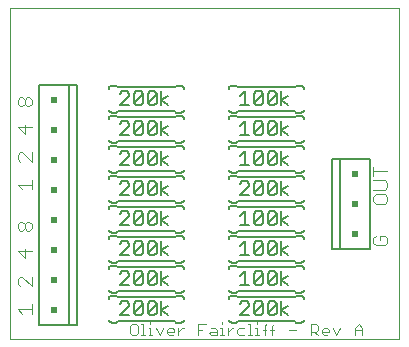
<source format=gto>
G75*
%MOIN*%
%OFA0B0*%
%FSLAX24Y24*%
%IPPOS*%
%LPD*%
%AMOC8*
5,1,8,0,0,1.08239X$1,22.5*
%
%ADD10C,0.0000*%
%ADD11C,0.0040*%
%ADD12C,0.0030*%
%ADD13C,0.0060*%
%ADD14R,0.0200X0.0200*%
%ADD15C,0.0050*%
D10*
X000100Y000133D02*
X000100Y011169D01*
X013088Y011169D01*
X013088Y000133D01*
X000100Y000133D01*
D11*
X000523Y000970D02*
X000370Y001124D01*
X000830Y001124D01*
X000830Y001277D02*
X000830Y000970D01*
X000830Y001891D02*
X000523Y002198D01*
X000446Y002198D01*
X000370Y002121D01*
X000370Y001968D01*
X000446Y001891D01*
X000830Y001891D02*
X000830Y002198D01*
X000600Y002812D02*
X000600Y003119D01*
X000830Y003042D02*
X000370Y003042D01*
X000600Y002812D01*
X000677Y003733D02*
X000600Y003809D01*
X000600Y003963D01*
X000677Y004039D01*
X000753Y004039D01*
X000830Y003963D01*
X000830Y003809D01*
X000753Y003733D01*
X000677Y003733D01*
X000600Y003809D02*
X000523Y003733D01*
X000446Y003733D01*
X000370Y003809D01*
X000370Y003963D01*
X000446Y004039D01*
X000523Y004039D01*
X000600Y003963D01*
X000523Y005114D02*
X000370Y005267D01*
X000830Y005267D01*
X000830Y005114D02*
X000830Y005421D01*
X000830Y006035D02*
X000523Y006341D01*
X000446Y006341D01*
X000370Y006265D01*
X000370Y006111D01*
X000446Y006035D01*
X000830Y006035D02*
X000830Y006341D01*
X000600Y006955D02*
X000600Y007262D01*
X000830Y007185D02*
X000370Y007185D01*
X000600Y006955D01*
X000677Y007876D02*
X000600Y007953D01*
X000600Y008106D01*
X000677Y008183D01*
X000753Y008183D01*
X000830Y008106D01*
X000830Y007953D01*
X000753Y007876D01*
X000677Y007876D01*
X000600Y007953D02*
X000523Y007876D01*
X000446Y007876D01*
X000370Y007953D01*
X000370Y008106D01*
X000446Y008183D01*
X000523Y008183D01*
X000600Y008106D01*
X012216Y005868D02*
X012216Y005561D01*
X012216Y005714D02*
X012677Y005714D01*
X012600Y005407D02*
X012216Y005407D01*
X012216Y005100D02*
X012600Y005100D01*
X012677Y005177D01*
X012677Y005331D01*
X012600Y005407D01*
X012600Y004947D02*
X012293Y004947D01*
X012216Y004870D01*
X012216Y004717D01*
X012293Y004640D01*
X012600Y004640D01*
X012677Y004717D01*
X012677Y004870D01*
X012600Y004947D01*
X012600Y003566D02*
X012447Y003566D01*
X012447Y003412D01*
X012600Y003566D02*
X012677Y003489D01*
X012677Y003336D01*
X012600Y003259D01*
X012293Y003259D01*
X012216Y003336D01*
X012216Y003489D01*
X012293Y003566D01*
D12*
X011727Y000619D02*
X011851Y000495D01*
X011851Y000248D01*
X011851Y000433D02*
X011604Y000433D01*
X011604Y000495D02*
X011604Y000248D01*
X011604Y000495D02*
X011727Y000619D01*
X011114Y000495D02*
X010991Y000248D01*
X010867Y000495D01*
X010746Y000433D02*
X010746Y000372D01*
X010499Y000372D01*
X010499Y000433D02*
X010561Y000495D01*
X010684Y000495D01*
X010746Y000433D01*
X010684Y000248D02*
X010561Y000248D01*
X010499Y000310D01*
X010499Y000433D01*
X010378Y000433D02*
X010378Y000557D01*
X010316Y000619D01*
X010131Y000619D01*
X010131Y000248D01*
X010131Y000372D02*
X010316Y000372D01*
X010378Y000433D01*
X010254Y000372D02*
X010378Y000248D01*
X009641Y000433D02*
X009394Y000433D01*
X008904Y000433D02*
X008780Y000433D01*
X008658Y000433D02*
X008535Y000433D01*
X008596Y000557D02*
X008596Y000248D01*
X008413Y000248D02*
X008289Y000248D01*
X008351Y000248D02*
X008351Y000495D01*
X008289Y000495D01*
X008351Y000619D02*
X008351Y000680D01*
X008105Y000619D02*
X008105Y000248D01*
X008044Y000248D02*
X008167Y000248D01*
X007922Y000248D02*
X007737Y000248D01*
X007675Y000310D01*
X007675Y000433D01*
X007737Y000495D01*
X007922Y000495D01*
X008044Y000619D02*
X008105Y000619D01*
X008596Y000557D02*
X008658Y000619D01*
X008842Y000557D02*
X008904Y000619D01*
X008842Y000557D02*
X008842Y000248D01*
X007554Y000495D02*
X007492Y000495D01*
X007368Y000372D01*
X007368Y000495D02*
X007368Y000248D01*
X007246Y000248D02*
X007123Y000248D01*
X007185Y000248D02*
X007185Y000495D01*
X007123Y000495D01*
X007001Y000433D02*
X007001Y000248D01*
X006816Y000248D01*
X006755Y000310D01*
X006816Y000372D01*
X007001Y000372D01*
X007001Y000433D02*
X006940Y000495D01*
X006816Y000495D01*
X006633Y000619D02*
X006386Y000619D01*
X006386Y000248D01*
X006386Y000433D02*
X006510Y000433D01*
X005896Y000495D02*
X005834Y000495D01*
X005711Y000372D01*
X005590Y000372D02*
X005343Y000372D01*
X005343Y000433D02*
X005404Y000495D01*
X005528Y000495D01*
X005590Y000433D01*
X005590Y000372D01*
X005528Y000248D02*
X005404Y000248D01*
X005343Y000310D01*
X005343Y000433D01*
X005221Y000495D02*
X005098Y000248D01*
X004974Y000495D01*
X004791Y000495D02*
X004791Y000248D01*
X004852Y000248D02*
X004729Y000248D01*
X004607Y000248D02*
X004483Y000248D01*
X004545Y000248D02*
X004545Y000619D01*
X004483Y000619D01*
X004362Y000557D02*
X004300Y000619D01*
X004177Y000619D01*
X004115Y000557D01*
X004115Y000310D01*
X004177Y000248D01*
X004300Y000248D01*
X004362Y000310D01*
X004362Y000557D01*
X004729Y000495D02*
X004791Y000495D01*
X004791Y000619D02*
X004791Y000680D01*
X005711Y000495D02*
X005711Y000248D01*
X007185Y000619D02*
X007185Y000680D01*
D13*
X007501Y000672D02*
X007651Y000672D01*
X007701Y000722D01*
X009601Y000722D01*
X009651Y000672D01*
X009801Y000672D01*
X009818Y000674D01*
X009835Y000678D01*
X009851Y000685D01*
X009865Y000695D01*
X009878Y000708D01*
X009888Y000722D01*
X009895Y000738D01*
X009899Y000755D01*
X009901Y000772D01*
X009901Y001472D02*
X009899Y001489D01*
X009895Y001506D01*
X009888Y001522D01*
X009878Y001536D01*
X009865Y001549D01*
X009851Y001559D01*
X009835Y001566D01*
X009818Y001570D01*
X009801Y001572D01*
X009651Y001572D01*
X009601Y001522D01*
X007701Y001522D01*
X007651Y001572D01*
X007501Y001572D01*
X007501Y001672D02*
X007651Y001672D01*
X007701Y001722D01*
X009601Y001722D01*
X009651Y001672D01*
X009801Y001672D01*
X009818Y001674D01*
X009835Y001678D01*
X009851Y001685D01*
X009865Y001695D01*
X009878Y001708D01*
X009888Y001722D01*
X009895Y001738D01*
X009899Y001755D01*
X009901Y001772D01*
X009901Y002472D02*
X009899Y002489D01*
X009895Y002506D01*
X009888Y002522D01*
X009878Y002536D01*
X009865Y002549D01*
X009851Y002559D01*
X009835Y002566D01*
X009818Y002570D01*
X009801Y002572D01*
X009651Y002572D01*
X009601Y002522D01*
X007701Y002522D01*
X007651Y002572D01*
X007501Y002572D01*
X007501Y002672D02*
X007651Y002672D01*
X007701Y002722D01*
X009601Y002722D01*
X009651Y002672D01*
X009801Y002672D01*
X009818Y002674D01*
X009835Y002678D01*
X009851Y002685D01*
X009865Y002695D01*
X009878Y002708D01*
X009888Y002722D01*
X009895Y002738D01*
X009899Y002755D01*
X009901Y002772D01*
X009901Y003472D02*
X009899Y003489D01*
X009895Y003506D01*
X009888Y003522D01*
X009878Y003536D01*
X009865Y003549D01*
X009851Y003559D01*
X009835Y003566D01*
X009818Y003570D01*
X009801Y003572D01*
X009651Y003572D01*
X009601Y003522D01*
X007701Y003522D01*
X007651Y003572D01*
X007501Y003572D01*
X007501Y003672D02*
X007651Y003672D01*
X007701Y003722D01*
X009601Y003722D01*
X009651Y003672D01*
X009801Y003672D01*
X009818Y003674D01*
X009835Y003678D01*
X009851Y003685D01*
X009865Y003695D01*
X009878Y003708D01*
X009888Y003722D01*
X009895Y003738D01*
X009899Y003755D01*
X009901Y003772D01*
X009901Y004472D02*
X009899Y004489D01*
X009895Y004506D01*
X009888Y004522D01*
X009878Y004536D01*
X009865Y004549D01*
X009851Y004559D01*
X009835Y004566D01*
X009818Y004570D01*
X009801Y004572D01*
X009651Y004572D01*
X009601Y004522D01*
X007701Y004522D01*
X007651Y004572D01*
X007501Y004572D01*
X007501Y004672D02*
X007651Y004672D01*
X007701Y004722D01*
X009601Y004722D01*
X009651Y004672D01*
X009801Y004672D01*
X009818Y004674D01*
X009835Y004678D01*
X009851Y004685D01*
X009865Y004695D01*
X009878Y004708D01*
X009888Y004722D01*
X009895Y004738D01*
X009899Y004755D01*
X009901Y004772D01*
X009901Y005472D02*
X009899Y005489D01*
X009895Y005506D01*
X009888Y005522D01*
X009878Y005536D01*
X009865Y005549D01*
X009851Y005559D01*
X009835Y005566D01*
X009818Y005570D01*
X009801Y005572D01*
X009651Y005572D01*
X009601Y005522D01*
X007701Y005522D01*
X007651Y005572D01*
X007501Y005572D01*
X007501Y005672D02*
X007651Y005672D01*
X007701Y005722D01*
X009601Y005722D01*
X009651Y005672D01*
X009801Y005672D01*
X009818Y005674D01*
X009835Y005678D01*
X009851Y005685D01*
X009865Y005695D01*
X009878Y005708D01*
X009888Y005722D01*
X009895Y005738D01*
X009899Y005755D01*
X009901Y005772D01*
X009901Y006472D02*
X009899Y006489D01*
X009895Y006506D01*
X009888Y006522D01*
X009878Y006536D01*
X009865Y006549D01*
X009851Y006559D01*
X009835Y006566D01*
X009818Y006570D01*
X009801Y006572D01*
X009651Y006572D01*
X009601Y006522D01*
X007701Y006522D01*
X007651Y006572D01*
X007501Y006572D01*
X007501Y006672D02*
X007651Y006672D01*
X007701Y006722D01*
X009601Y006722D01*
X009651Y006672D01*
X009801Y006672D01*
X009818Y006674D01*
X009835Y006678D01*
X009851Y006685D01*
X009865Y006695D01*
X009878Y006708D01*
X009888Y006722D01*
X009895Y006738D01*
X009899Y006755D01*
X009901Y006772D01*
X009901Y007472D02*
X009899Y007489D01*
X009895Y007506D01*
X009888Y007522D01*
X009878Y007536D01*
X009865Y007549D01*
X009851Y007559D01*
X009835Y007566D01*
X009818Y007570D01*
X009801Y007572D01*
X009651Y007572D01*
X009601Y007522D01*
X007701Y007522D01*
X007651Y007572D01*
X007501Y007572D01*
X007501Y007672D02*
X007651Y007672D01*
X007701Y007722D01*
X009601Y007722D01*
X009651Y007672D01*
X009801Y007672D01*
X009818Y007674D01*
X009835Y007678D01*
X009851Y007685D01*
X009865Y007695D01*
X009878Y007708D01*
X009888Y007722D01*
X009895Y007738D01*
X009899Y007755D01*
X009901Y007772D01*
X009901Y008472D02*
X009899Y008489D01*
X009895Y008506D01*
X009888Y008522D01*
X009878Y008536D01*
X009865Y008549D01*
X009851Y008559D01*
X009835Y008566D01*
X009818Y008570D01*
X009801Y008572D01*
X009651Y008572D01*
X009601Y008522D01*
X007701Y008522D01*
X007651Y008572D01*
X007501Y008572D01*
X007484Y008570D01*
X007467Y008566D01*
X007451Y008559D01*
X007437Y008549D01*
X007424Y008536D01*
X007414Y008522D01*
X007407Y008506D01*
X007403Y008489D01*
X007401Y008472D01*
X007401Y007772D02*
X007403Y007755D01*
X007407Y007738D01*
X007414Y007722D01*
X007424Y007708D01*
X007437Y007695D01*
X007451Y007685D01*
X007467Y007678D01*
X007484Y007674D01*
X007501Y007672D01*
X007501Y007572D02*
X007484Y007570D01*
X007467Y007566D01*
X007451Y007559D01*
X007437Y007549D01*
X007424Y007536D01*
X007414Y007522D01*
X007407Y007506D01*
X007403Y007489D01*
X007401Y007472D01*
X007401Y006772D02*
X007403Y006755D01*
X007407Y006738D01*
X007414Y006722D01*
X007424Y006708D01*
X007437Y006695D01*
X007451Y006685D01*
X007467Y006678D01*
X007484Y006674D01*
X007501Y006672D01*
X007501Y006572D02*
X007484Y006570D01*
X007467Y006566D01*
X007451Y006559D01*
X007437Y006549D01*
X007424Y006536D01*
X007414Y006522D01*
X007407Y006506D01*
X007403Y006489D01*
X007401Y006472D01*
X007401Y005772D02*
X007403Y005755D01*
X007407Y005738D01*
X007414Y005722D01*
X007424Y005708D01*
X007437Y005695D01*
X007451Y005685D01*
X007467Y005678D01*
X007484Y005674D01*
X007501Y005672D01*
X007501Y005572D02*
X007484Y005570D01*
X007467Y005566D01*
X007451Y005559D01*
X007437Y005549D01*
X007424Y005536D01*
X007414Y005522D01*
X007407Y005506D01*
X007403Y005489D01*
X007401Y005472D01*
X007401Y004772D02*
X007403Y004755D01*
X007407Y004738D01*
X007414Y004722D01*
X007424Y004708D01*
X007437Y004695D01*
X007451Y004685D01*
X007467Y004678D01*
X007484Y004674D01*
X007501Y004672D01*
X007501Y004572D02*
X007484Y004570D01*
X007467Y004566D01*
X007451Y004559D01*
X007437Y004549D01*
X007424Y004536D01*
X007414Y004522D01*
X007407Y004506D01*
X007403Y004489D01*
X007401Y004472D01*
X007401Y003772D02*
X007403Y003755D01*
X007407Y003738D01*
X007414Y003722D01*
X007424Y003708D01*
X007437Y003695D01*
X007451Y003685D01*
X007467Y003678D01*
X007484Y003674D01*
X007501Y003672D01*
X007501Y003572D02*
X007484Y003570D01*
X007467Y003566D01*
X007451Y003559D01*
X007437Y003549D01*
X007424Y003536D01*
X007414Y003522D01*
X007407Y003506D01*
X007403Y003489D01*
X007401Y003472D01*
X007401Y002772D02*
X007403Y002755D01*
X007407Y002738D01*
X007414Y002722D01*
X007424Y002708D01*
X007437Y002695D01*
X007451Y002685D01*
X007467Y002678D01*
X007484Y002674D01*
X007501Y002672D01*
X007501Y002572D02*
X007484Y002570D01*
X007467Y002566D01*
X007451Y002559D01*
X007437Y002549D01*
X007424Y002536D01*
X007414Y002522D01*
X007407Y002506D01*
X007403Y002489D01*
X007401Y002472D01*
X007401Y001772D02*
X007403Y001755D01*
X007407Y001738D01*
X007414Y001722D01*
X007424Y001708D01*
X007437Y001695D01*
X007451Y001685D01*
X007467Y001678D01*
X007484Y001674D01*
X007501Y001672D01*
X007501Y001572D02*
X007484Y001570D01*
X007467Y001566D01*
X007451Y001559D01*
X007437Y001549D01*
X007424Y001536D01*
X007414Y001522D01*
X007407Y001506D01*
X007403Y001489D01*
X007401Y001472D01*
X007401Y000772D02*
X007403Y000755D01*
X007407Y000738D01*
X007414Y000722D01*
X007424Y000708D01*
X007437Y000695D01*
X007451Y000685D01*
X007467Y000678D01*
X007484Y000674D01*
X007501Y000672D01*
X005801Y000672D02*
X005651Y000672D01*
X005601Y000722D01*
X003701Y000722D01*
X003651Y000672D01*
X003501Y000672D01*
X003484Y000674D01*
X003467Y000678D01*
X003451Y000685D01*
X003437Y000695D01*
X003424Y000708D01*
X003414Y000722D01*
X003407Y000738D01*
X003403Y000755D01*
X003401Y000772D01*
X003401Y001472D02*
X003403Y001489D01*
X003407Y001506D01*
X003414Y001522D01*
X003424Y001536D01*
X003437Y001549D01*
X003451Y001559D01*
X003467Y001566D01*
X003484Y001570D01*
X003501Y001572D01*
X003651Y001572D01*
X003701Y001522D01*
X005601Y001522D01*
X005651Y001572D01*
X005801Y001572D01*
X005801Y001672D02*
X005651Y001672D01*
X005601Y001722D01*
X003701Y001722D01*
X003651Y001672D01*
X003501Y001672D01*
X003484Y001674D01*
X003467Y001678D01*
X003451Y001685D01*
X003437Y001695D01*
X003424Y001708D01*
X003414Y001722D01*
X003407Y001738D01*
X003403Y001755D01*
X003401Y001772D01*
X003401Y002472D02*
X003403Y002489D01*
X003407Y002506D01*
X003414Y002522D01*
X003424Y002536D01*
X003437Y002549D01*
X003451Y002559D01*
X003467Y002566D01*
X003484Y002570D01*
X003501Y002572D01*
X003651Y002572D01*
X003701Y002522D01*
X005601Y002522D01*
X005651Y002572D01*
X005801Y002572D01*
X005801Y002672D02*
X005651Y002672D01*
X005601Y002722D01*
X003701Y002722D01*
X003651Y002672D01*
X003501Y002672D01*
X003484Y002674D01*
X003467Y002678D01*
X003451Y002685D01*
X003437Y002695D01*
X003424Y002708D01*
X003414Y002722D01*
X003407Y002738D01*
X003403Y002755D01*
X003401Y002772D01*
X003401Y003472D02*
X003403Y003489D01*
X003407Y003506D01*
X003414Y003522D01*
X003424Y003536D01*
X003437Y003549D01*
X003451Y003559D01*
X003467Y003566D01*
X003484Y003570D01*
X003501Y003572D01*
X003651Y003572D01*
X003701Y003522D01*
X005601Y003522D01*
X005651Y003572D01*
X005801Y003572D01*
X005801Y003672D02*
X005651Y003672D01*
X005601Y003722D01*
X003701Y003722D01*
X003651Y003672D01*
X003501Y003672D01*
X003484Y003674D01*
X003467Y003678D01*
X003451Y003685D01*
X003437Y003695D01*
X003424Y003708D01*
X003414Y003722D01*
X003407Y003738D01*
X003403Y003755D01*
X003401Y003772D01*
X003401Y004472D02*
X003403Y004489D01*
X003407Y004506D01*
X003414Y004522D01*
X003424Y004536D01*
X003437Y004549D01*
X003451Y004559D01*
X003467Y004566D01*
X003484Y004570D01*
X003501Y004572D01*
X003651Y004572D01*
X003701Y004522D01*
X005601Y004522D01*
X005651Y004572D01*
X005801Y004572D01*
X005801Y004672D02*
X005651Y004672D01*
X005601Y004722D01*
X003701Y004722D01*
X003651Y004672D01*
X003501Y004672D01*
X003484Y004674D01*
X003467Y004678D01*
X003451Y004685D01*
X003437Y004695D01*
X003424Y004708D01*
X003414Y004722D01*
X003407Y004738D01*
X003403Y004755D01*
X003401Y004772D01*
X003401Y005472D02*
X003403Y005489D01*
X003407Y005506D01*
X003414Y005522D01*
X003424Y005536D01*
X003437Y005549D01*
X003451Y005559D01*
X003467Y005566D01*
X003484Y005570D01*
X003501Y005572D01*
X003651Y005572D01*
X003701Y005522D01*
X005601Y005522D01*
X005651Y005572D01*
X005801Y005572D01*
X005801Y005672D02*
X005651Y005672D01*
X005601Y005722D01*
X003701Y005722D01*
X003651Y005672D01*
X003501Y005672D01*
X003484Y005674D01*
X003467Y005678D01*
X003451Y005685D01*
X003437Y005695D01*
X003424Y005708D01*
X003414Y005722D01*
X003407Y005738D01*
X003403Y005755D01*
X003401Y005772D01*
X003401Y006472D02*
X003403Y006489D01*
X003407Y006506D01*
X003414Y006522D01*
X003424Y006536D01*
X003437Y006549D01*
X003451Y006559D01*
X003467Y006566D01*
X003484Y006570D01*
X003501Y006572D01*
X003651Y006572D01*
X003701Y006522D01*
X005601Y006522D01*
X005651Y006572D01*
X005801Y006572D01*
X005801Y006672D02*
X005651Y006672D01*
X005601Y006722D01*
X003701Y006722D01*
X003651Y006672D01*
X003501Y006672D01*
X003484Y006674D01*
X003467Y006678D01*
X003451Y006685D01*
X003437Y006695D01*
X003424Y006708D01*
X003414Y006722D01*
X003407Y006738D01*
X003403Y006755D01*
X003401Y006772D01*
X003401Y007472D02*
X003403Y007489D01*
X003407Y007506D01*
X003414Y007522D01*
X003424Y007536D01*
X003437Y007549D01*
X003451Y007559D01*
X003467Y007566D01*
X003484Y007570D01*
X003501Y007572D01*
X003651Y007572D01*
X003701Y007522D01*
X005601Y007522D01*
X005651Y007572D01*
X005801Y007572D01*
X005801Y007672D02*
X005651Y007672D01*
X005601Y007722D01*
X003701Y007722D01*
X003651Y007672D01*
X003501Y007672D01*
X003484Y007674D01*
X003467Y007678D01*
X003451Y007685D01*
X003437Y007695D01*
X003424Y007708D01*
X003414Y007722D01*
X003407Y007738D01*
X003403Y007755D01*
X003401Y007772D01*
X003401Y008472D02*
X003403Y008489D01*
X003407Y008506D01*
X003414Y008522D01*
X003424Y008536D01*
X003437Y008549D01*
X003451Y008559D01*
X003467Y008566D01*
X003484Y008570D01*
X003501Y008572D01*
X003651Y008572D01*
X003701Y008522D01*
X005601Y008522D01*
X005651Y008572D01*
X005801Y008572D01*
X005818Y008570D01*
X005835Y008566D01*
X005851Y008559D01*
X005865Y008549D01*
X005878Y008536D01*
X005888Y008522D01*
X005895Y008506D01*
X005899Y008489D01*
X005901Y008472D01*
X005901Y007772D02*
X005899Y007755D01*
X005895Y007738D01*
X005888Y007722D01*
X005878Y007708D01*
X005865Y007695D01*
X005851Y007685D01*
X005835Y007678D01*
X005818Y007674D01*
X005801Y007672D01*
X005801Y007572D02*
X005818Y007570D01*
X005835Y007566D01*
X005851Y007559D01*
X005865Y007549D01*
X005878Y007536D01*
X005888Y007522D01*
X005895Y007506D01*
X005899Y007489D01*
X005901Y007472D01*
X005901Y006772D02*
X005899Y006755D01*
X005895Y006738D01*
X005888Y006722D01*
X005878Y006708D01*
X005865Y006695D01*
X005851Y006685D01*
X005835Y006678D01*
X005818Y006674D01*
X005801Y006672D01*
X005801Y006572D02*
X005818Y006570D01*
X005835Y006566D01*
X005851Y006559D01*
X005865Y006549D01*
X005878Y006536D01*
X005888Y006522D01*
X005895Y006506D01*
X005899Y006489D01*
X005901Y006472D01*
X005901Y005772D02*
X005899Y005755D01*
X005895Y005738D01*
X005888Y005722D01*
X005878Y005708D01*
X005865Y005695D01*
X005851Y005685D01*
X005835Y005678D01*
X005818Y005674D01*
X005801Y005672D01*
X005801Y005572D02*
X005818Y005570D01*
X005835Y005566D01*
X005851Y005559D01*
X005865Y005549D01*
X005878Y005536D01*
X005888Y005522D01*
X005895Y005506D01*
X005899Y005489D01*
X005901Y005472D01*
X005901Y004772D02*
X005899Y004755D01*
X005895Y004738D01*
X005888Y004722D01*
X005878Y004708D01*
X005865Y004695D01*
X005851Y004685D01*
X005835Y004678D01*
X005818Y004674D01*
X005801Y004672D01*
X005801Y004572D02*
X005818Y004570D01*
X005835Y004566D01*
X005851Y004559D01*
X005865Y004549D01*
X005878Y004536D01*
X005888Y004522D01*
X005895Y004506D01*
X005899Y004489D01*
X005901Y004472D01*
X005901Y003772D02*
X005899Y003755D01*
X005895Y003738D01*
X005888Y003722D01*
X005878Y003708D01*
X005865Y003695D01*
X005851Y003685D01*
X005835Y003678D01*
X005818Y003674D01*
X005801Y003672D01*
X005801Y003572D02*
X005818Y003570D01*
X005835Y003566D01*
X005851Y003559D01*
X005865Y003549D01*
X005878Y003536D01*
X005888Y003522D01*
X005895Y003506D01*
X005899Y003489D01*
X005901Y003472D01*
X005901Y002772D02*
X005899Y002755D01*
X005895Y002738D01*
X005888Y002722D01*
X005878Y002708D01*
X005865Y002695D01*
X005851Y002685D01*
X005835Y002678D01*
X005818Y002674D01*
X005801Y002672D01*
X005801Y002572D02*
X005818Y002570D01*
X005835Y002566D01*
X005851Y002559D01*
X005865Y002549D01*
X005878Y002536D01*
X005888Y002522D01*
X005895Y002506D01*
X005899Y002489D01*
X005901Y002472D01*
X005901Y001772D02*
X005899Y001755D01*
X005895Y001738D01*
X005888Y001722D01*
X005878Y001708D01*
X005865Y001695D01*
X005851Y001685D01*
X005835Y001678D01*
X005818Y001674D01*
X005801Y001672D01*
X005801Y001572D02*
X005818Y001570D01*
X005835Y001566D01*
X005851Y001559D01*
X005865Y001549D01*
X005878Y001536D01*
X005888Y001522D01*
X005895Y001506D01*
X005899Y001489D01*
X005901Y001472D01*
X005901Y000772D02*
X005899Y000755D01*
X005895Y000738D01*
X005888Y000722D01*
X005878Y000708D01*
X005865Y000695D01*
X005851Y000685D01*
X005835Y000678D01*
X005818Y000674D01*
X005801Y000672D01*
X002338Y000582D02*
X002088Y000582D01*
X001088Y000582D01*
X001088Y008582D01*
X002088Y008582D01*
X002338Y008582D01*
X002338Y000582D01*
X002088Y000582D02*
X002088Y008582D01*
X010850Y006133D02*
X010850Y003133D01*
X011100Y003133D01*
X011100Y006133D01*
X010850Y006133D01*
X011100Y006133D02*
X012100Y006133D01*
X012100Y003133D01*
X011100Y003133D01*
D14*
X011600Y003633D03*
X011600Y004633D03*
X011600Y005633D03*
X001588Y006082D03*
X001588Y005082D03*
X001588Y004082D03*
X001588Y003082D03*
X001588Y002082D03*
X001588Y001082D03*
X001588Y007082D03*
X001588Y008082D03*
D15*
X003776Y007927D02*
X004076Y008227D01*
X004076Y008302D01*
X004001Y008377D01*
X003851Y008377D01*
X003776Y008302D01*
X003776Y007927D02*
X004076Y007927D01*
X004237Y008002D02*
X004312Y007927D01*
X004462Y007927D01*
X004537Y008002D01*
X004537Y008302D01*
X004237Y008002D01*
X004237Y008302D01*
X004312Y008377D01*
X004462Y008377D01*
X004537Y008302D01*
X004697Y008302D02*
X004772Y008377D01*
X004922Y008377D01*
X004997Y008302D01*
X004697Y008002D01*
X004772Y007927D01*
X004922Y007927D01*
X004997Y008002D01*
X004997Y008302D01*
X005157Y008377D02*
X005157Y007927D01*
X005157Y008077D02*
X005383Y008227D01*
X005157Y008077D02*
X005383Y007927D01*
X005157Y007377D02*
X005157Y006927D01*
X005157Y007077D02*
X005383Y007227D01*
X005157Y007077D02*
X005383Y006927D01*
X004997Y007002D02*
X004997Y007302D01*
X004697Y007002D01*
X004772Y006927D01*
X004922Y006927D01*
X004997Y007002D01*
X004997Y007302D02*
X004922Y007377D01*
X004772Y007377D01*
X004697Y007302D01*
X004697Y007002D01*
X004537Y007002D02*
X004462Y006927D01*
X004312Y006927D01*
X004237Y007002D01*
X004537Y007302D01*
X004537Y007002D01*
X004537Y007302D02*
X004462Y007377D01*
X004312Y007377D01*
X004237Y007302D01*
X004237Y007002D01*
X004076Y006927D02*
X003776Y006927D01*
X004076Y007227D01*
X004076Y007302D01*
X004001Y007377D01*
X003851Y007377D01*
X003776Y007302D01*
X004697Y008002D02*
X004697Y008302D01*
X004772Y006377D02*
X004922Y006377D01*
X004997Y006302D01*
X004697Y006002D01*
X004772Y005927D01*
X004922Y005927D01*
X004997Y006002D01*
X004997Y006302D01*
X004772Y006377D02*
X004697Y006302D01*
X004697Y006002D01*
X004537Y006002D02*
X004462Y005927D01*
X004312Y005927D01*
X004237Y006002D01*
X004537Y006302D01*
X004537Y006002D01*
X004537Y006302D02*
X004462Y006377D01*
X004312Y006377D01*
X004237Y006302D01*
X004237Y006002D01*
X004076Y005927D02*
X003776Y005927D01*
X004076Y006227D01*
X004076Y006302D01*
X004001Y006377D01*
X003851Y006377D01*
X003776Y006302D01*
X003851Y005377D02*
X003776Y005302D01*
X003851Y005377D02*
X004001Y005377D01*
X004076Y005302D01*
X004076Y005227D01*
X003776Y004927D01*
X004076Y004927D01*
X004237Y005002D02*
X004312Y004927D01*
X004462Y004927D01*
X004537Y005002D01*
X004537Y005302D01*
X004237Y005002D01*
X004237Y005302D01*
X004312Y005377D01*
X004462Y005377D01*
X004537Y005302D01*
X004697Y005302D02*
X004772Y005377D01*
X004922Y005377D01*
X004997Y005302D01*
X004697Y005002D01*
X004772Y004927D01*
X004922Y004927D01*
X004997Y005002D01*
X004997Y005302D01*
X005157Y005377D02*
X005157Y004927D01*
X005157Y005077D02*
X005383Y004927D01*
X005157Y005077D02*
X005383Y005227D01*
X004697Y005302D02*
X004697Y005002D01*
X004772Y004377D02*
X004697Y004302D01*
X004697Y004002D01*
X004997Y004302D01*
X004997Y004002D01*
X004922Y003927D01*
X004772Y003927D01*
X004697Y004002D01*
X004537Y004002D02*
X004462Y003927D01*
X004312Y003927D01*
X004237Y004002D01*
X004537Y004302D01*
X004537Y004002D01*
X004237Y004002D02*
X004237Y004302D01*
X004312Y004377D01*
X004462Y004377D01*
X004537Y004302D01*
X004772Y004377D02*
X004922Y004377D01*
X004997Y004302D01*
X005157Y004377D02*
X005157Y003927D01*
X005157Y004077D02*
X005383Y003927D01*
X005157Y004077D02*
X005383Y004227D01*
X005157Y003377D02*
X005157Y002927D01*
X005157Y003077D02*
X005383Y002927D01*
X005157Y003077D02*
X005383Y003227D01*
X004997Y003302D02*
X004997Y003002D01*
X004922Y002927D01*
X004772Y002927D01*
X004697Y003002D01*
X004997Y003302D01*
X004922Y003377D01*
X004772Y003377D01*
X004697Y003302D01*
X004697Y003002D01*
X004537Y003002D02*
X004462Y002927D01*
X004312Y002927D01*
X004237Y003002D01*
X004537Y003302D01*
X004537Y003002D01*
X004237Y003002D02*
X004237Y003302D01*
X004312Y003377D01*
X004462Y003377D01*
X004537Y003302D01*
X004076Y003302D02*
X004076Y003227D01*
X003776Y002927D01*
X004076Y002927D01*
X004076Y003302D02*
X004001Y003377D01*
X003851Y003377D01*
X003776Y003302D01*
X003776Y003927D02*
X004076Y004227D01*
X004076Y004302D01*
X004001Y004377D01*
X003851Y004377D01*
X003776Y004302D01*
X003776Y003927D02*
X004076Y003927D01*
X004001Y002377D02*
X003851Y002377D01*
X003776Y002302D01*
X004001Y002377D02*
X004076Y002302D01*
X004076Y002227D01*
X003776Y001927D01*
X004076Y001927D01*
X004237Y002002D02*
X004537Y002302D01*
X004537Y002002D01*
X004462Y001927D01*
X004312Y001927D01*
X004237Y002002D01*
X004237Y002302D01*
X004312Y002377D01*
X004462Y002377D01*
X004537Y002302D01*
X004697Y002302D02*
X004772Y002377D01*
X004922Y002377D01*
X004997Y002302D01*
X004697Y002002D01*
X004772Y001927D01*
X004922Y001927D01*
X004997Y002002D01*
X004997Y002302D01*
X005157Y002377D02*
X005157Y001927D01*
X005157Y002077D02*
X005383Y002227D01*
X005157Y002077D02*
X005383Y001927D01*
X005157Y001377D02*
X005157Y000927D01*
X005157Y001077D02*
X005383Y001227D01*
X005157Y001077D02*
X005383Y000927D01*
X004997Y001002D02*
X004997Y001302D01*
X004697Y001002D01*
X004772Y000927D01*
X004922Y000927D01*
X004997Y001002D01*
X004697Y001002D02*
X004697Y001302D01*
X004772Y001377D01*
X004922Y001377D01*
X004997Y001302D01*
X004537Y001302D02*
X004537Y001002D01*
X004462Y000927D01*
X004312Y000927D01*
X004237Y001002D01*
X004537Y001302D01*
X004462Y001377D01*
X004312Y001377D01*
X004237Y001302D01*
X004237Y001002D01*
X004076Y000927D02*
X003776Y000927D01*
X004076Y001227D01*
X004076Y001302D01*
X004001Y001377D01*
X003851Y001377D01*
X003776Y001302D01*
X004697Y002002D02*
X004697Y002302D01*
X007776Y002227D02*
X007926Y002377D01*
X007926Y001927D01*
X007776Y001927D02*
X008076Y001927D01*
X008237Y002002D02*
X008537Y002302D01*
X008537Y002002D01*
X008462Y001927D01*
X008312Y001927D01*
X008237Y002002D01*
X008237Y002302D01*
X008312Y002377D01*
X008462Y002377D01*
X008537Y002302D01*
X008697Y002302D02*
X008772Y002377D01*
X008922Y002377D01*
X008997Y002302D01*
X008697Y002002D01*
X008772Y001927D01*
X008922Y001927D01*
X008997Y002002D01*
X008997Y002302D01*
X009157Y002377D02*
X009157Y001927D01*
X009157Y002077D02*
X009383Y002227D01*
X009157Y002077D02*
X009383Y001927D01*
X009157Y001377D02*
X009157Y000927D01*
X009157Y001077D02*
X009383Y001227D01*
X009157Y001077D02*
X009383Y000927D01*
X008997Y001002D02*
X008997Y001302D01*
X008697Y001002D01*
X008772Y000927D01*
X008922Y000927D01*
X008997Y001002D01*
X008997Y001302D02*
X008922Y001377D01*
X008772Y001377D01*
X008697Y001302D01*
X008697Y001002D01*
X008537Y001002D02*
X008462Y000927D01*
X008312Y000927D01*
X008237Y001002D01*
X008537Y001302D01*
X008537Y001002D01*
X008237Y001002D02*
X008237Y001302D01*
X008312Y001377D01*
X008462Y001377D01*
X008537Y001302D01*
X008076Y001302D02*
X008076Y001227D01*
X007776Y000927D01*
X008076Y000927D01*
X008076Y001302D02*
X008001Y001377D01*
X007851Y001377D01*
X007776Y001302D01*
X008697Y002002D02*
X008697Y002302D01*
X008772Y002927D02*
X008697Y003002D01*
X008997Y003302D01*
X008997Y003002D01*
X008922Y002927D01*
X008772Y002927D01*
X008697Y003002D02*
X008697Y003302D01*
X008772Y003377D01*
X008922Y003377D01*
X008997Y003302D01*
X009157Y003377D02*
X009157Y002927D01*
X009157Y003077D02*
X009383Y003227D01*
X009157Y003077D02*
X009383Y002927D01*
X008537Y003002D02*
X008462Y002927D01*
X008312Y002927D01*
X008237Y003002D01*
X008537Y003302D01*
X008537Y003002D01*
X008237Y003002D02*
X008237Y003302D01*
X008312Y003377D01*
X008462Y003377D01*
X008537Y003302D01*
X008076Y002927D02*
X007776Y002927D01*
X007926Y002927D02*
X007926Y003377D01*
X007776Y003227D01*
X007776Y003927D02*
X008076Y003927D01*
X007926Y003927D02*
X007926Y004377D01*
X007776Y004227D01*
X008237Y004302D02*
X008237Y004002D01*
X008537Y004302D01*
X008537Y004002D01*
X008462Y003927D01*
X008312Y003927D01*
X008237Y004002D01*
X008237Y004302D02*
X008312Y004377D01*
X008462Y004377D01*
X008537Y004302D01*
X008697Y004302D02*
X008772Y004377D01*
X008922Y004377D01*
X008997Y004302D01*
X008697Y004002D01*
X008772Y003927D01*
X008922Y003927D01*
X008997Y004002D01*
X008997Y004302D01*
X009157Y004377D02*
X009157Y003927D01*
X009157Y004077D02*
X009383Y004227D01*
X009157Y004077D02*
X009383Y003927D01*
X008697Y004002D02*
X008697Y004302D01*
X008772Y004927D02*
X008697Y005002D01*
X008997Y005302D01*
X008997Y005002D01*
X008922Y004927D01*
X008772Y004927D01*
X008697Y005002D02*
X008697Y005302D01*
X008772Y005377D01*
X008922Y005377D01*
X008997Y005302D01*
X009157Y005377D02*
X009157Y004927D01*
X009157Y005077D02*
X009383Y005227D01*
X009157Y005077D02*
X009383Y004927D01*
X008537Y005002D02*
X008462Y004927D01*
X008312Y004927D01*
X008237Y005002D01*
X008537Y005302D01*
X008537Y005002D01*
X008237Y005002D02*
X008237Y005302D01*
X008312Y005377D01*
X008462Y005377D01*
X008537Y005302D01*
X008076Y005302D02*
X008076Y005227D01*
X007776Y004927D01*
X008076Y004927D01*
X008076Y005302D02*
X008001Y005377D01*
X007851Y005377D01*
X007776Y005302D01*
X007776Y005927D02*
X008076Y005927D01*
X007926Y005927D02*
X007926Y006377D01*
X007776Y006227D01*
X008237Y006302D02*
X008237Y006002D01*
X008537Y006302D01*
X008537Y006002D01*
X008462Y005927D01*
X008312Y005927D01*
X008237Y006002D01*
X008237Y006302D02*
X008312Y006377D01*
X008462Y006377D01*
X008537Y006302D01*
X008697Y006302D02*
X008772Y006377D01*
X008922Y006377D01*
X008997Y006302D01*
X008697Y006002D01*
X008772Y005927D01*
X008922Y005927D01*
X008997Y006002D01*
X008997Y006302D01*
X009157Y006377D02*
X009157Y005927D01*
X009157Y006077D02*
X009383Y006227D01*
X009157Y006077D02*
X009383Y005927D01*
X008697Y006002D02*
X008697Y006302D01*
X008772Y006927D02*
X008697Y007002D01*
X008997Y007302D01*
X008997Y007002D01*
X008922Y006927D01*
X008772Y006927D01*
X008697Y007002D02*
X008697Y007302D01*
X008772Y007377D01*
X008922Y007377D01*
X008997Y007302D01*
X009157Y007377D02*
X009157Y006927D01*
X009157Y007077D02*
X009383Y007227D01*
X009157Y007077D02*
X009383Y006927D01*
X008537Y007002D02*
X008462Y006927D01*
X008312Y006927D01*
X008237Y007002D01*
X008537Y007302D01*
X008537Y007002D01*
X008537Y007302D02*
X008462Y007377D01*
X008312Y007377D01*
X008237Y007302D01*
X008237Y007002D01*
X008076Y006927D02*
X007776Y006927D01*
X007926Y006927D02*
X007926Y007377D01*
X007776Y007227D01*
X007776Y007927D02*
X008076Y007927D01*
X007926Y007927D02*
X007926Y008377D01*
X007776Y008227D01*
X008237Y008302D02*
X008237Y008002D01*
X008537Y008302D01*
X008537Y008002D01*
X008462Y007927D01*
X008312Y007927D01*
X008237Y008002D01*
X008237Y008302D02*
X008312Y008377D01*
X008462Y008377D01*
X008537Y008302D01*
X008697Y008302D02*
X008772Y008377D01*
X008922Y008377D01*
X008997Y008302D01*
X008697Y008002D01*
X008772Y007927D01*
X008922Y007927D01*
X008997Y008002D01*
X008997Y008302D01*
X009157Y008377D02*
X009157Y007927D01*
X009157Y008077D02*
X009383Y008227D01*
X009157Y008077D02*
X009383Y007927D01*
X008697Y008002D02*
X008697Y008302D01*
X005383Y006227D02*
X005157Y006077D01*
X005383Y005927D01*
X005157Y005927D02*
X005157Y006377D01*
M02*

</source>
